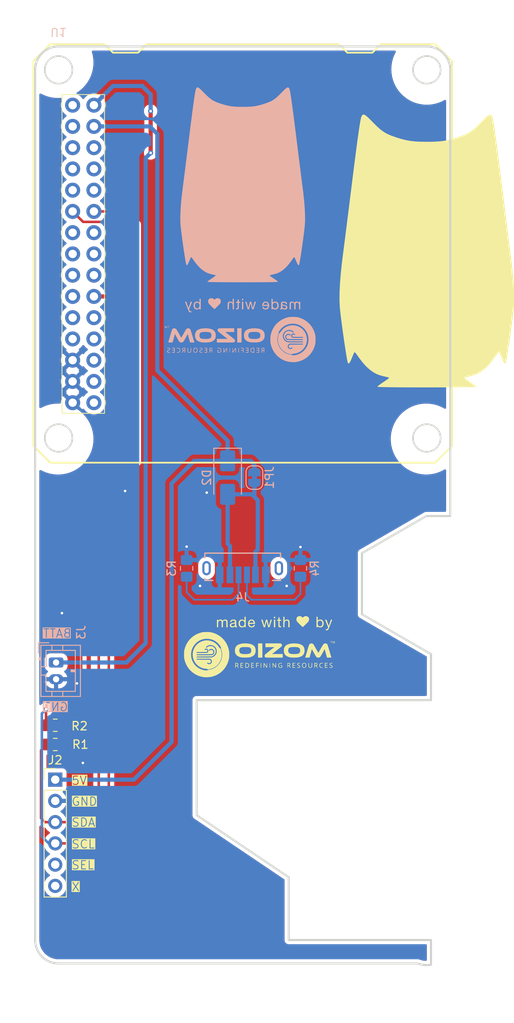
<source format=kicad_pcb>
(kicad_pcb (version 20240108) (generator "pcbnew") (generator_version "8.0")
  (layers (0 "F.Cu" signal) (31 "B.Cu" signal) (34 "B.Paste" user) (35 "F.Paste" user) (36 "B.SilkS" user "B.Silkscreen") (37 "F.SilkS" user "F.Silkscreen") (38 "B.Mask" user) (39 "F.Mask" user) (44 "Edge.Cuts" user))
  (net 0 "")
  (net 5 "GND")
  (net 6 "+5V")
  (net 15 "SCL")
  (net 19 "SDA")
  (net 22 "SEL")
  (net 28 "+BATT")
  (net 30 "Net-(J4-CC2)")
  (net 31 "Net-(J4-CC1)")
  (net 32 "Net-(D2-A)")
  (net 33 "+3.3V")
  (footprint "Oizom_Logo:AirOwl_Solid70" (layer "F.Cu") (at 110 60.7)
    (property "Reference" "G***" (hide yes))
    (property "Value" "LOGO" (hide yes))
  )
  (footprint "Resistor_SMD:R_0805_2012Metric_Pad1.20x1.40mm_HandSolder" (layer "F.Cu") (at 65.6 117.4 180)
    (property "Reference" "R2" (at -2.9 -0.1 0) (layer "F.SilkS"))
    (property "Value" "10K")
    (pad "1" smd roundrect (at -1 0 180) (size 1.2 1.4) (layers "F.Cu" "F.Paste" "F.Mask") (roundrect_rratio 0.208333) (net 33 "+3.3V"))
    (pad "2" smd roundrect (at 1 0 180) (size 1.2 1.4) (layers "F.Cu" "F.Paste" "F.Mask") (roundrect_rratio 0.208333) (net 15 "SCL"))
  )
  (footprint "Resistor_SMD:R_0805_2012Metric_Pad1.20x1.40mm_HandSolder" (layer "F.Cu") (at 65.6 119.7 180)
    (property "Reference" "R1" (at -3 0 0) (layer "F.SilkS"))
    (property "Value" "10K")
    (pad "1" smd roundrect (at -1 0 180) (size 1.2 1.4) (layers "F.Cu" "F.Paste" "F.Mask") (roundrect_rratio 0.208333) (net 33 "+3.3V"))
    (pad "2" smd roundrect (at 1 0 180) (size 1.2 1.4) (layers "F.Cu" "F.Paste" "F.Mask") (roundrect_rratio 0.208333) (net 19 "SDA"))
  )
  (footprint "Oizom_Logo:Oizom_Horizontal_20mm" (layer "F.Cu") (at 89.9 108.8)
    (property "Reference" "G***" (hide yes))
    (property "Value" "LOGO" (hide yes))
  )
  (footprint "Oizom_Logo:made_with_love" (layer "F.Cu") (at 91.8 105.2)
    (property "Reference" "G***" (hide yes))
    (property "Value" "LOGO" (hide yes))
  )
  (footprint "Connector_PinHeader_2.54mm:PinHeader_1x06_P2.54mm_Vertical" (layer "F.Cu") (at 65.6 123.9)
    (property "Reference" "J2" (at 0 -2.33 0) (layer "F.SilkS"))
    (property "Value" "Conn_01x06")
    (pad "1" thru_hole rect (at 0 0) (size 1.7 1.7) (drill 1) (layers "*.Cu" "*.Mask") (net 6 "+5V"))
    (pad "2" thru_hole oval (at 0 2.54) (size 1.7 1.7) (drill 1) (layers "*.Cu" "*.Mask") (net 5 "GND"))
    (pad "3" thru_hole oval (at 0 5.08) (size 1.7 1.7) (drill 1) (layers "*.Cu" "*.Mask") (net 19 "SDA"))
    (pad "4" thru_hole oval (at 0 7.62) (size 1.7 1.7) (drill 1) (layers "*.Cu" "*.Mask") (net 15 "SCL"))
    (pad "5" thru_hole oval (at 0 10.16) (size 1.7 1.7) (drill 1) (layers "*.Cu" "*.Mask") (net 22 "SEL"))
    (pad "6" thru_hole oval (at 0 12.7) (size 1.7 1.7) (drill 1) (layers "*.Cu" "*.Mask"))
  )
  (footprint "Resistor_SMD:R_0805_2012Metric_Pad1.20x1.40mm_HandSolder" (layer "B.Cu") (at 94.9 98.65 90)
    (property "Reference" "R4" (at 0 1.7 90) (layer "B.SilkS") (effects (justify mirror)))
    (property "Value" "10K")
    (pad "1" smd roundrect (at -1 0 90) (size 1.2 1.4) (layers "B.Cu" "B.Paste" "B.Mask") (roundrect_rratio 0.208333) (net 31 "Net-(J4-CC1)"))
    (pad "2" smd roundrect (at 1 0 90) (size 1.2 1.4) (layers "B.Cu" "B.Paste" "B.Mask") (roundrect_rratio 0.208333) (net 5 "GND"))
  )
  (footprint "Oizom_Logo:AirOwl_Solid50" (layer "B.Cu") (at 88 52.8 180)
    (property "Reference" "G***" (hide yes))
    (property "Value" "LOGO" (hide yes))
  )
  (footprint "Oizom_Logo:Oizom_Horizontal_20mm" (layer "B.Cu") (at 87.79637 71.138938 180)
    (property "Reference" "G***" (hide yes))
    (property "Value" "LOGO" (hide yes))
  )
  (footprint "USB_Connectors:MOLEX_2171780001" (layer "B.Cu") (at 88 98.46)
    (property "Reference" "J4" (at 0 3.64 0) (layer "B.SilkS") (effects (justify mirror)))
    (property "Value" "USB_C_Receptacle_PowerOnly_6P")
    (pad "A5" smd rect (at 0.5 0.965) (size 0.7 1.99) (layers "B.Cu" "B.Paste") (net 31 "Net-(J4-CC1)"))
    (pad "A9" smd rect (at -1.52 0.965) (size 0.8 1.99) (layers "B.Cu" "B.Paste") (net 32 "Net-(D2-A)"))
    (pad "A12" smd rect (at -2.75 0.965) (size 0.9 1.99) (layers "B.Cu" "B.Paste") (net 5 "GND"))
    (pad "B5" smd rect (at -0.5 0.965) (size 0.7 1.99) (layers "B.Cu" "B.Paste") (net 30 "Net-(J4-CC2)"))
    (pad "B9" smd rect (at 1.52 0.965) (size 0.8 1.99) (layers "B.Cu" "B.Paste") (net 32 "Net-(D2-A)"))
    (pad "B12" smd rect (at 2.75 0.965) (size 0.9 1.99) (layers "B.Cu" "B.Paste") (net 5 "GND"))
    (pad "SH1" thru_hole oval (at -4.32 0.17) (size 1 1.7) (drill oval 0.5 1.2) (layers "*.Cu" "*.Mask"))
    (pad "SH2" thru_hole oval (at 4.32 0.17) (size 1 1.7) (drill oval 0.5 1.2) (layers "*.Cu" "*.Mask"))
  )
  (footprint "Diode_SMD:D_SMA" (layer "B.Cu") (at 86.2 87.8 -90)
    (property "Reference" "D2" (at 0 2.5 90) (layer "B.SilkS") (effects (justify mirror)))
    (property "Value" "SS34")
    (pad "1" smd roundrect (at -2 0 270) (size 2.5 1.8) (layers "B.Cu" "B.Paste" "B.Mask") (roundrect_rratio 0.1388888889) (net 6 "+5V"))
    (pad "2" smd roundrect (at 2 0 270) (size 2.5 1.8) (layers "B.Cu" "B.Paste" "B.Mask") (roundrect_rratio 0.1388888889) (net 32 "Net-(D2-A)"))
  )
  (footprint "Resistor_SMD:R_0805_2012Metric_Pad1.20x1.40mm_HandSolder" (layer "B.Cu") (at 81.3 98.65 90)
    (property "Reference" "R3" (at 0 -1.8 90) (layer "B.SilkS") (effects (justify mirror)))
    (property "Value" "10K")
    (pad "1" smd roundrect (at -1 0 90) (size 1.2 1.4) (layers "B.Cu" "B.Paste" "B.Mask") (roundrect_rratio 0.208333) (net 30 "Net-(J4-CC2)"))
    (pad "2" smd roundrect (at 1 0 90) (size 1.2 1.4) (layers "B.Cu" "B.Paste" "B.Mask") (roundrect_rratio 0.208333) (net 5 "GND"))
  )
  (footprint "Jumper:SolderJumper-2_P1.3mm_Bridged_RoundedPad1.0x1.5mm" (layer "B.Cu") (at 89.4 87.8 90)
    (property "Reference" "JP1" (at 0 1.8 90) (layer "B.SilkS") (effects (justify mirror)))
    (property "Value" "SolderJumper_2_Bridged")
    (fp_poly (pts (xy 0.25 0.3) (xy -0.25 0.3) (xy -0.25 -0.3) (xy 0.25 -0.3)) (fill solid) (layer "B.Cu"))
    (pad "1" smd custom (at -0.65 0 90) (size 1 0.5) (layers "B.Cu" "B.Mask") (net 32 "Net-(D2-A)") (options (clearance outline) (anchor rect)) (primitives (gr_circle (center 0 -0.25) (end 0.5 -0.25) (width 0) (fill yes)) (gr_circle (center 0 0.25) (end 0.5 0.25) (width 0) (fill yes)) (gr_poly (pts (xy 0.5 -0.75) (xy 0 -0.75) (xy 0 0.75) (xy 0.5 0.75)) (width 0) (fill yes))))
    (pad "2" smd custom (at 0.65 0 90) (size 1 0.5) (layers "B.Cu" "B.Mask") (net 6 "+5V") (options (clearance outline) (anchor rect)) (primitives (gr_circle (center 0 -0.25) (end 0.5 -0.25) (width 0) (fill yes)) (gr_circle (center 0 0.25) (end 0.5 0.25) (width 0) (fill yes)) (gr_poly (pts (xy 0 -0.75) (xy -0.5 -0.75) (xy -0.5 0.75) (xy 0 0.75)) (width 0) (fill yes))))
  )
  (footprint "M5Stack:CoreS3" (layer "B.Cu") (at 66 39.0696)
    (property "Reference" "U1" (at 0 -4.5 180) (layer "B.SilkS") (effects (font (thickness 0.1)) (justify mirror)))
    (property "Value" "CoreSE")
    (fp_circle (center 0 0) (end 1.65 0) (stroke (width 0.2)) (fill none) (layer "Edge.Cuts"))
    (fp_circle (center 0.000015 44.000029) (end 1.650015 44.000029) (stroke (width 0.2)) (fill none) (layer "Edge.Cuts"))
    (fp_circle (center 44.000029 0) (end 45.650029 0) (stroke (width 0.2)) (fill none) (layer "Edge.Cuts"))
    (fp_circle (center 44.000029 44.000029) (end 45.650029 44.000029) (stroke (width 0.2)) (fill none) (layer "Edge.Cuts"))
    (pad "1" thru_hole circle (at 1.680014 39.779981) (size 1.8 1.8) (drill 1) (layers "*.Cu" "*.Mask") (net 5 "GND"))
    (pad "2" thru_hole circle (at 1.680014 37.239981) (size 1.8 1.8) (drill 1) (layers "*.Cu" "*.Mask") (net 5 "GND"))
    (pad "3" thru_hole circle (at 1.680014 34.699981) (size 1.8 1.8) (drill 1) (layers "*.Cu" "*.Mask") (net 5 "GND"))
    (pad "4" thru_hole circle (at 1.680014 32.159981) (size 1.8 1.8) (drill 1) (layers "*.Cu" "*.Mask"))
    (pad "5" thru_hole circle (at 1.680014 29.619981) (size 1.8 1.8) (drill 1) (layers "*.Cu" "*.Mask"))
    (pad "6" thru_hole circle (at 1.680014 27.079981) (size 1.8 1.8) (drill 1) (layers "*.Cu" "*.Mask"))
    (pad "7" thru_hole circle (at 1.680014 24.539981) (size 1.8 1.8) (drill 1) (layers "*.Cu" "*.Mask"))
    (pad "8" thru_hole circle (at 1.680014 21.999981) (size 1.8 1.8) (drill 1) (layers "*.Cu" "*.Mask"))
    (pad "9" thru_hole circle (at 1.680014 19.459981) (size 1.8 1.8) (drill 1) (layers "*.Cu" "*.Mask"))
    (pad "10" thru_hole circle (at 1.680014 16.919981) (size 1.8 1.8) (drill 1) (layers "*.Cu" "*.Mask") (net 19 "SDA"))
    (pad "11" thru_hole circle (at 1.680014 14.379981) (size 1.8 1.8) (drill 1) (layers "*.Cu" "*.Mask"))
    (pad "12" thru_hole circle (at 1.680014 11.839981) (size 1.8 1.8) (drill 1) (layers "*.Cu" "*.Mask"))
    (pad "13" thru_hole circle (at 1.680014 9.299981) (size 1.8 1.8) (drill 1) (layers "*.Cu" "*.Mask"))
    (pad "14" thru_hole circle (at 1.680014 6.759981) (size 1.8 1.8) (drill 1) (layers "*.Cu" "*.Mask"))
    (pad "15" thru_hole circle (at 1.680014 4.219981) (size 1.8 1.8) (drill 1) (layers "*.Cu" "*.Mask"))
    (pad "16" thru_hole circle (at 4.220014 39.779981) (size 1.8 1.8) (drill 1) (layers "*.Cu" "*.Mask"))
    (pad "17" thru_hole circle (at 4.220014 37.239981) (size 1.8 1.8) (drill 1) (layers "*.Cu" "*.Mask"))
    (pad "18" thru_hole circle (at 4.220014 34.699981) (size 1.8 1.8) (drill 1) (layers "*.Cu" "*.Mask"))
    (pad "19" thru_hole circle (at 4.220014 32.159981) (size 1.8 1.8) (drill 1) (layers "*.Cu" "*.Mask"))
    (pad "20" thru_hole circle (at 4.220014 29.619981) (size 1.8 1.8) (drill 1) (layers "*.Cu" "*.Mask"))
    (pad "21" thru_hole circle (at 4.220014 27.079981) (size 1.8 1.8) (drill 1) (layers "*.Cu" "*.Mask") (net 33 "+3.3V"))
    (pad "22" thru_hole circle (at 4.220014 24.539981) (size 1.8 1.8) (drill 1) (layers "*.Cu" "*.Mask"))
    (pad "23" thru_hole circle (at 4.220014 21.999981) (size 1.8 1.8) (drill 1) (layers "*.Cu" "*.Mask"))
    (pad "24" thru_hole circle (at 4.220014 19.459981) (size 1.8 1.8) (drill 1) (layers "*.Cu" "*.Mask"))
    (pad "25" thru_hole circle (at 4.220014 16.919981) (size 1.8 1.8) (drill 1) (layers "*.Cu" "*.Mask") (net 15 "SCL"))
    (pad "26" thru_hole circle (at 4.220014 14.379981) (size 1.8 1.8) (drill 1) (layers "*.Cu" "*.Mask"))
    (pad "27" thru_hole circle (at 4.220014 11.839981) (size 1.8 1.8) (drill 1) (layers "*.Cu" "*.Mask"))
    (pad "28" thru_hole circle (at 4.220014 9.299981) (size 1.8 1.8) (drill 1) (layers "*.Cu" "*.Mask"))
    (pad "29" thru_hole circle (at 4.220014 6.759981) (size 1.8 1.8) (drill 1) (layers "*.Cu" "*.Mask") (net 6 "+5V"))
    (pad "30" thru_hole circle (at 4.220014 4.219981) (size 1.8 1.8) (drill 1) (layers "*.Cu" "*.Mask") (net 28 "+BATT"))
  )
  (footprint "Connector_JST:JST_PH_B2B-PH-K_1x02_P2.00mm_Vertical" (layer "B.Cu") (at 65.7 109.9 -90)
    (property "Reference" "J3" (at -3.6 -3 90) (layer "B.SilkS") (effects (justify mirror)))
    (property "Value" "Conn_01x02")
    (pad "1" thru_hole roundrect (at 0 0 270) (size 1.2 1.75) (drill 0.75) (layers "*.Cu" "*.Mask") (roundrect_rratio 0.208333) (net 28 "+BATT"))
    (pad "2" thru_hole oval (at 2 0 270) (size 1.2 1.75) (drill 0.75) (layers "*.Cu" "*.Mask") (net 5 "GND"))
  )
  (footprint "Oizom_Logo:made_with_love" (layer "B.Cu") (at 88 67.2 180)
    (property "Reference" "G***" (hide yes))
    (property "Value" "LOGO" (hide yes))
  )
  (gr_line (start 108.922972 145.869594) (end 66 145.869594) (stroke (width 0.25)) (layer "Edge.Cuts"))
  (gr_line (start 63.2 143.069594) (end 63.2 39.069594) (stroke (width 0.25)) (layer "Edge.Cuts"))
  (gr_arc (start 66 145.869594) (mid 64.020103 145.049493) (end 63.2 143.069594) (stroke (width 0.25)) (layer "Edge.Cuts"))
  (gr_arc (start 110.5 146.027632) (mid 109.700861 146.054642) (end 108.922972 145.869594) (stroke (width 0.25)) (layer "Edge.Cuts"))
  (gr_line (start 102.25 104.136861) (end 102.25 96.836861) (stroke (width 0.25)) (layer "Edge.Cuts"))
  (gr_line (start 110.5 108.9) (end 102.25 104.136861) (stroke (width 0.25)) (layer "Edge.Cuts"))
  (gr_line (start 82.5 128.15) (end 82.5 114.4) (stroke (width 0.25)) (layer "Edge.Cuts"))
  (gr_line (start 93.5 143.069594) (end 93.5 135.569594) (stroke (width 0.25)) (layer "Edge.Cuts"))
  (gr_line (start 110.5 143.069594) (end 93.5 143.069594) (stroke (width 0.25)) (layer "Edge.Cuts"))
  (gr_arc (start 63.2 39.069594) (mid 64.020103 37.089699) (end 66 36.269594) (stroke (width 0.25)) (layer "Edge.Cuts"))
  (gr_line (start 110.5 146.027632) (end 110.5 143.069594) (stroke (width 0.25)) (layer "Edge.Cuts"))
  (gr_line (start 82.5 114.4) (end 110.5 114.4) (stroke (width 0.25)) (layer "Edge.Cuts"))
  (gr_line (start 66 36.269594) (end 110 36.269594) (stroke (width 0.25)) (layer "Edge.Cuts"))
  (gr_line (start 102.25 96.836861) (end 109.934868 92.4) (stroke (width 0.25)) (layer "Edge.Cuts"))
  (gr_line (start 93.5 135.569594) (end 82.5 128.15) (stroke (width 0.25)) (layer "Edge.Cuts"))
  (gr_line (start 110.5 108.9) (end 110.5 114.4) (stroke (width 0.25)) (layer "Edge.Cuts"))
  (gr_line (start 109.934868 92.4) (end 112.8 92.4) (stroke (width 0.25)) (layer "Edge.Cuts"))
  (gr_arc (start 110 36.269594) (mid 111.979901 37.089695) (end 112.8 39.069594) (stroke (width 0.25)) (layer "Edge.Cuts"))
  (gr_line (start 112.8 39.069594) (end 112.8 92.4) (stroke (width 0.25)) (layer "Edge.Cuts"))
  (gr_text "GND" (at 67.2 115.8 -0) (layer "B.SilkS" knockout) (effects (font (size 1 1) (thickness 0.1)) (justify left bottom mirror)))
  (gr_text "BATT" (at 67.6 107 -0) (layer "B.SilkS" knockout) (effects (font (size 1 1) (thickness 0.1)) (justify left bottom mirror)))
  (gr_text "SEL" (at 67.5 134.7 0) (layer "F.SilkS" knockout) (effects (font (size 1 1) (thickness 0.1)) (justify left bottom)))
  (gr_text "GND" (at 67.5 127.1 0) (layer "F.SilkS" knockout) (effects (font (size 1 1) (thickness 0.1)) (justify left bottom)))
  (gr_text "SCL" (at 67.5 132.2 0) (layer "F.SilkS" knockout) (effects (font (size 1 1) (thickness 0.1)) (justify left bottom)))
  (gr_text "X" (at 67.5 137.3 0) (layer "F.SilkS" knockout) (effects (font (size 1 1) (thickness 0.1)) (justify left bottom)))
  (gr_text "5V" (at 67.5 124.6 0) (layer "F.SilkS" knockout) (effects (font (size 1 1) (thickness 0.1)) (justify left bottom)))
  (gr_text "SDA" (at 67.5 129.6 0) (layer "F.SilkS" knockout) (effects (font (size 1 1) (thickness 0.1)) (justify left bottom)))
  (via (at 68.2 112.4) (size 0.6) (drill 0.3) (layers "F.Cu" "B.Cu") (net 5))
  (via (at 66.4 104) (size 0.6) (drill 0.3) (layers "F.Cu" "B.Cu") (net 5))
  (via (at 83.7 89.6) (size 0.6) (drill 0.3) (layers "F.Cu" "B.Cu") (net 5))
  (via (at 94.9 96.1) (size 0.6) (drill 0.3) (layers "F.Cu" "B.Cu") (net 5))
  (via (at 82.9 100.75) (size 0.6) (drill 0.3) (layers "F.Cu" "B.Cu") (net 5))
  (via (at 93.25 100.75) (size 0.6) (drill 0.3) (layers "F.Cu" "B.Cu") (net 5))
  (via (at 81.3 96.05) (size 0.6) (drill 0.3) (layers "F.Cu" "B.Cu") (net 5))
  (via (at 68.9 121.9) (size 0.6) (drill 0.3) (layers "F.Cu" "B.Cu") (net 5))
  (via (at 73.95 89.4) (size 0.6) (drill 0.3) (layers "F.Cu" "B.Cu") (net 5))
  (segment (start 86.2 85.8) (end 86.2 83.4) (width 0.5) (layer "B.Cu") (net 6))
  (segment (start 86.2 83.4) (end 77.8 75) (width 0.5) (layer "B.Cu") (net 6))
  (segment (start 86.2 85.8) (end 82.2 85.8) (width 0.5) (layer "B.Cu") (net 6))
  (segment (start 82.2 85.8) (end 79.5 88.5) (width 0.5) (layer "B.Cu") (net 6))
  (segment (start 75 123.9) (end 65.6 123.9) (width 0.5) (layer "B.Cu") (net 6))
  (segment (start 76.9 45.829581) (end 70.220014 45.829581) (width 0.5) (layer "B.Cu") (net 6))
  (segment (start 86.2 85.8) (end 88.95 85.8) (width 0.5) (layer "B.Cu") (net 6))
  (segment (start 77.8 46.729581) (end 76.9 45.829581) (width 0.5) (layer "B.Cu") (net 6))
  (segment (start 89.4 86.25) (end 89.4 87.15) (width 0.5) (layer "B.Cu") (net 6))
  (segment (start 79.5 119.4) (end 75 123.9) (width 0.5) (layer "B.Cu") (net 6))
  (segment (start 79.5 88.5) (end 79.5 119.4) (width 0.5) (layer "B.Cu") (net 6))
  (segment (start 88.95 85.8) (end 89.4 86.25) (width 0.5) (layer "B.Cu") (net 6))
  (segment (start 77.8 75) (end 77.8 46.729581) (width 0.5) (layer "B.Cu") (net 6))
  (segment (start 75.2 61.3) (end 75.2 57.6) (width 0.3) (layer "F.Cu") (net 15))
  (segment (start 72 89.1) (end 75.2 85.9) (width 0.3) (layer "F.Cu") (net 15))
  (segment (start 70.48 131.52) (end 72 130) (width 0.3) (layer "F.Cu") (net 15))
  (segment (start 65.6 131.52) (end 70.48 131.52) (width 0.3) (layer "F.Cu") (net 15))
  (segment (start 72 130) (end 72 89.1) (width 0.3) (layer "F.Cu") (net 15))
  (segment (start 75.2 85.9) (end 75.2 61.3) (width 0.3) (layer "F.Cu") (net 15))
  (segment (start 64.5 117.3) (end 64.6 117.4) (width 0.3) (layer "F.Cu") (net 15))
  (segment (start 73.589581 55.989581) (end 70.220014 55.989581) (width 0.3) (layer "F.Cu") (net 15))
  (segment (start 64.5 115.5) (end 64.5 117.3) (width 0.3) (layer "F.Cu") (net 15))
  (segment (start 75.2 57.6) (end 73.589581 55.989581) (width 0.3) (layer "F.Cu") (net 15))
  (via (at 64.5 115.5) (size 0.6) (drill 0.3) (layers "F.Cu" "B.Cu") (net 15))
  (segment (start 64 116) (end 64.5 115.5) (width 0.3) (layer "B.Cu") (net 15))
  (segment (start 64 130.7) (end 64 116) (width 0.3) (layer "B.Cu") (net 15))
  (segment (start 64.82 131.52) (end 64 130.7) (width 0.3) (layer "B.Cu") (net 15))
  (segment (start 65.6 131.52) (end 64.82 131.52) (width 0.3) (layer "B.Cu") (net 15))
  (segment (start 70.8 128.2) (end 70.8 88.9) (width 0.3) (layer "F.Cu") (net 19))
  (segment (start 63.9 120.4) (end 64.6 119.7) (width 0.3) (layer "F.Cu") (net 19))
  (segment (start 70.02 128.98) (end 70.8 128.2) (width 0.3) (layer "F.Cu") (net 19))
  (segment (start 74.2 58.75) (end 72.689581 57.239581) (width 0.3) (layer "F.Cu") (net 19))
  (segment (start 74.2 85.5) (end 74.2 58.75) (width 0.3) (layer "F.Cu") (net 19))
  (segment (start 68.930014 57.239581) (end 67.680014 55.989581) (width 0.3) (layer "F.Cu") (net 19))
  (segment (start 72.689581 57.239581) (end 68.930014 57.239581) (width 0.3) (layer "F.Cu") (net 19))
  (segment (start 64.38 128.98) (end 63.9 128.5) (width 0.3) (layer "F.Cu") (net 19))
  (segment (start 70.8 88.9) (end 74.2 85.5) (width 0.3) (layer "F.Cu") (net 19))
  (segment (start 65.6 128.98) (end 70.02 128.98) (width 0.3) (layer "F.Cu") (net 19))
  (segment (start 63.9 128.5) (end 63.9 120.4) (width 0.3) (layer "F.Cu") (net 19))
  (segment (start 65.6 128.98) (end 64.38 128.98) (width 0.3) (layer "F.Cu") (net 19))
  (segment (start 77 49) (end 77 44) (width 0.5) (layer "F.Cu") (net 28))
  (via (at 77 44) (size 0.6) (drill 0.3) (layers "F.Cu" "B.Cu") (net 28))
  (via (at 77 49) (size 0.6) (drill 0.3) (layers "F.Cu" "B.Cu") (net 28))
  (segment (start 70.220014 43.289581) (end 72.509595 41) (width 0.5) (layer "B.Cu") (net 28))
  (segment (start 65.7 109.9) (end 74.1 109.9) (width 0.5) (layer "B.Cu") (net 28))
  (segment (start 72.509595 41) (end 76 41) (width 0.5) (layer "B.Cu") (net 28))
  (segment (start 76.4 107.6) (end 76.4 49.6) (width 0.5) (layer "B.Cu") (net 28))
  (segment (start 76.4 49.6) (end 77 49) (width 0.5) (layer "B.Cu") (net 28))
  (segment (start 77 42) (end 77 44) (width 0.5) (layer "B.Cu") (net 28))
  (segment (start 76 41) (end 77 42) (width 0.5) (layer "B.Cu") (net 28))
  (segment (start 74.1 109.9) (end 76.4 107.6) (width 0.5) (layer "B.Cu") (net 28))
  (segment (start 87.5 101.7) (end 86.8 102.4) (width 0.2) (layer "B.Cu") (net 30))
  (segment (start 86.8 102.4) (end 82.2 102.4) (width 0.2) (layer "B.Cu") (net 30))
  (segment (start 81.3 101.5) (end 81.3 99.65) (width 0.2) (layer "B.Cu") (net 30))
  (segment (start 87.5 99.425) (end 87.5 101.7) (width 0.2) (layer "B.Cu") (net 30))
  (segment (start 82.2 102.4) (end 81.3 101.5) (width 0.2) (layer "B.Cu") (net 30))
  (segment (start 89.05 102.4) (end 94.2 102.4) (width 0.2) (layer "B.Cu") (net 31))
  (segment (start 94.9 101.7) (end 94.9 99.65) (width 0.2) (layer "B.Cu") (net 31))
  (segment (start 94.2 102.4) (end 94.9 101.7) (width 0.2) (layer "B.Cu") (net 31))
  (segment (start 88.5 99.425) (end 88.5 101.85) (width 0.2) (layer "B.Cu") (net 31))
  (segment (start 88.5 101.85) (end 89.05 102.4) (width 0.2) (layer "B.Cu") (net 31))
  (segment (start 86.2 89.8) (end 86.2 93.75) (width 0.5) (layer "B.Cu") (net 32))
  (segment (start 89.8 90.5) (end 89.4 90.1) (width 0.5) (layer "B.Cu") (net 32))
  (segment (start 89.8 90.5) (end 89.8 93.75) (width 0.5) (layer "B.Cu") (net 32))
  (segment (start 89.52 99.425) (end 89.52 96.68) (width 0.5) (layer "B.Cu") (net 32))
  (segment (start 86.48 95.98) (end 86.2 95.7) (width 0.5) (layer "B.Cu") (net 32))
  (segment (start 89.8 96.4) (end 89.8 93.75) (width 0.5) (layer "B.Cu") (net 32))
  (segment (start 86.48 99.425) (end 86.48 95.98) (width 0.5) (layer "B.Cu") (net 32))
  (segment (start 89.1 89.8) (end 89.8 90.5) (width 0.5) (layer "B.Cu") (net 32))
  (segment (start 86.2 89.8) (end 89.1 89.8) (width 0.5) (layer "B.Cu") (net 32))
  (segment (start 86.2 95.7) (end 86.2 93.75) (width 0.5) (layer "B.Cu") (net 32))
  (segment (start 89.4 90.1) (end 89.4 88.45) (width 0.5) (layer "B.Cu") (net 32))
  (segment (start 89.52 96.68) (end 89.8 96.4) (width 0.5) (layer "B.Cu") (net 32))
  (segment (start 73.3 67.1) (end 72.349581 66.149581) (width 0.5) (layer "F.Cu") (net 33))
  (segment (start 66.6 117.4) (end 66.6 116.6) (width 0.5) (layer "F.Cu") (net 33))
  (segment (start 66.6 119.7) (end 66.6 117.4) (width 0.5) (layer "F.Cu") (net 33))
  (segment (start 69.6 88.7) (end 73.3 85) (width 0.5) (layer "F.Cu") (net 33))
  (segment (start 66.6 116.6) (end 69.6 113.6) (width 0.5) (layer "F.Cu") (net 33))
  (segment (start 72.349581 66.149581) (end 70.220014 66.149581) (width 0.5) (layer "F.Cu") (net 33))
  (segment (start 69.6 113.6) (end 69.6 88.7) (width 0.5) (layer "F.Cu") (net 33))
  (segment (start 73.3 85) (end 73.3 67.1) (width 0.5) (layer "F.Cu") (net 33))
  (zone (net 0) (net_name "") (layers "F&B.Cu") (connect_pads (clearance 0)) (min_thickness 0.25)
    (keepout (tracks allowed) (vias allowed) (pads allowed) (copperpour not_allowed) (footprints allowed))
    (fill (thermal_gap 0.5) (thermal_bridge_width 0.5))
    (polygon (pts (xy 70.171857 83.19529) (xy 70.152646 82.792001) (xy 70.095187 82.392365) (xy 70 82) (xy 69.867948 81.61846) (xy 69.700226 81.251199) (xy 69.498353 80.901545) (xy 69.264157 80.572663) (xy 68.99976 80.267532) (xy 68.707555 79.988916) (xy 68.390189 79.739337) (xy 68.050537 79.521055) (xy 67.691673 79.336048) (xy 67.316848 79.185991) (xy 66.929457 79.072242) (xy 66.533007 78.995833) (xy 66.131089 78.957454) (xy 65.727343 78.957454) (xy 65.325425 78.995833) (xy 64.928975 79.072242) (xy 64.541584 79.185991) (xy 64.166759 79.336048) (xy 63.807896 79.521055) (xy 63.468243 79.739337) (xy 63.150877 79.988916) (xy 62.858672 80.267532) (xy 62.594275 80.572663) (xy 62.360079 80.901545) (xy 62.158206 81.251199) (xy 61.990484 81.61846) (xy 61.858432 82) (xy 61.763245 82.392365) (xy 61.705786 82.792001) (xy 61.686575 83.19529) (xy 61.705786 83.598579) (xy 61.763245 83.998215) (xy 61.858432 84.39058) (xy 61.990484 84.77212) (xy 62.158206 85.139381) (xy 62.360079 85.489035) (xy 62.594275 85.817917) (xy 62.858672 86.123048) (xy 63.150877 86.401664) (xy 63.468243 86.651243) (xy 63.807896 86.869525) (xy 64.166759 87.054532) (xy 64.541584 87.204589) (xy 64.928975 87.318338) (xy 65.325425 87.394747) (xy 65.727343 87.433126) (xy 66.131089 87.433126) (xy 66.533007 87.394747) (xy 66.929457 87.318338) (xy 67.316848 87.204589) (xy 67.691673 87.054532) (xy 68.050537 86.869525) (xy 68.390189 86.651243) (xy 68.707555 86.401664) (xy 68.99976 86.123048) (xy 69.264157 85.817917) (xy 69.498353 85.489035) (xy 69.700226 85.139381) (xy 69.867948 84.77212) (xy 70 84.39058) (xy 70.095187 83.998215) (xy 70.152646 83.598579)))
  )
  (zone (net 0) (net_name "") (layers "F&B.Cu") (connect_pads (clearance 0)) (min_thickness 0.25)
    (keepout (tracks allowed) (vias allowed) (pads allowed) (copperpour not_allowed) (footprints allowed))
    (fill (thermal_gap 0.5) (thermal_bridge_width 0.5))
    (polygon (pts (xy 70.171857 38.19529) (xy 70.152646 37.792001) (xy 70.095187 37.392365) (xy 70 37) (xy 69.867948 36.61846) (xy 69.700226 36.251199) (xy 69.498353 35.901545) (xy 69.264157 35.572663) (xy 68.99976 35.267532) (xy 68.707555 34.988916) (xy 68.390189 34.739337) (xy 68.050537 34.521055) (xy 67.691673 34.336048) (xy 67.316848 34.185991) (xy 66.929457 34.072242) (xy 66.533007 33.995833) (xy 66.131089 33.957454) (xy 65.727343 33.957454) (xy 65.325425 33.995833) (xy 64.928975 34.072242) (xy 64.541584 34.185991) (xy 64.166759 34.336048) (xy 63.807896 34.521055) (xy 63.468243 34.739337) (xy 63.150877 34.988916) (xy 62.858672 35.267532) (xy 62.594275 35.572663) (xy 62.360079 35.901545) (xy 62.158206 36.251199) (xy 61.990484 36.61846) (xy 61.858432 37) (xy 61.763245 37.392365) (xy 61.705786 37.792001) (xy 61.686575 38.19529) (xy 61.705786 38.598579) (xy 61.763245 38.998215) (xy 61.858432 39.39058) (xy 61.990484 39.77212) (xy 62.158206 40.139381) (xy 62.360079 40.489035) (xy 62.594275 40.817917) (xy 62.858672 41.123048) (xy 63.150877 41.401664) (xy 63.468243 41.651243) (xy 63.807896 41.869525) (xy 64.166759 42.054532) (xy 64.541584 42.204589) (xy 64.928975 42.318338) (xy 65.325425 42.394747) (xy 65.727343 42.433126) (xy 66.131089 42.433126) (xy 66.533007 42.394747) (xy 66.929457 42.318338) (xy 67.316848 42.204589) (xy 67.691673 42.054532) (xy 68.050537 41.869525) (xy 68.390189 41.651243) (xy 68.707555 41.401664) (xy 68.99976 41.123048) (xy 69.264157 40.817917) (xy 69.498353 40.489035) (xy 69.700226 40.139381) (xy 69.867948 39.77212) (xy 70 39.39058) (xy 70.095187 38.998215) (xy 70.152646 38.598579)))
  )
  (zone (net 0) (net_name "") (layers "F&B.Cu") (connect_pads (clearance 0)) (min_thickness 0.25)
    (keepout (tracks allowed) (vias allowed) (pads allowed) (copperpour not_allowed) (footprints allowed))
    (fill (thermal_gap 0.5) (thermal_bridge_width 0.5))
    (polygon (pts (xy 114.171857 83.19529) (xy 114.152646 82.792001) (xy 114.095187 82.392365) (xy 114 82) (xy 113.867948 81.61846) (xy 113.700226 81.251199) (xy 113.498353 80.901545) (xy 113.264157 80.572663) (xy 112.99976 80.267532) (xy 112.707555 79.988916) (xy 112.390189 79.739337) (xy 112.050537 79.521055) (xy 111.691673 79.336048) (xy 111.316848 79.185991) (xy 110.929457 79.072242) (xy 110.533007 78.995833) (xy 110.131089 78.957454) (xy 109.727343 78.957454) (xy 109.325425 78.995833) (xy 108.928975 79.072242) (xy 108.541584 79.185991) (xy 108.166759 79.336048) (xy 107.807896 79.521055) (xy 107.468243 79.739337) (xy 107.150877 79.988916) (xy 106.858672 80.267532) (xy 106.594275 80.572663) (xy 106.360079 80.901545) (xy 106.158206 81.251199) (xy 105.990484 81.61846) (xy 105.858432 82) (xy 105.763245 82.392365) (xy 105.705786 82.792001) (xy 105.686575 83.19529) (xy 105.705786 83.598579) (xy 105.763245 83.998215) (xy 105.858432 84.39058) (xy 105.990484 84.77212) (xy 106.158206 85.139381) (xy 106.360079 85.489035) (xy 106.594275 85.817917) (xy 106.858672 86.123048) (xy 107.150877 86.401664) (xy 107.468243 86.651243) (xy 107.807896 86.869525) (xy 108.166759 87.054532) (xy 108.541584 87.204589) (xy 108.928975 87.318338) (xy 109.325425 87.394747) (xy 109.727343 87.433126) (xy 110.131089 87.433126) (xy 110.533007 87.394747) (xy 110.929457 87.318338) (xy 111.316848 87.204589) (xy 111.691673 87.054532) (xy 112.050537 86.869525) (xy 112.390189 86.651243) (xy 112.707555 86.401664) (xy 112.99976 86.123048) (xy 113.264157 85.817917) (xy 113.498353 85.489035) (xy 113.700226 85.139381) (xy 113.867948 84.77212) (xy 114 84.39058) (xy 114.095187 83.998215) (xy 114.152646 83.598579)))
  )
  (zone (net 0) (net_name "") (layers "F&B.Cu") (connect_pads (clearance 0)) (min_thickness 0.25)
    (keepout (tracks allowed) (vias allowed) (pads allowed) (copperpour not_allowed) (footprints allowed))
    (fill (thermal_gap 0.5) (thermal_bridge_width 0.5))
    (polygon (pts (xy 114.242641 39) (xy 114.22343 38.596711) (xy 114.165971 38.197075) (xy 114.070784 37.80471) (xy 113.938732 37.42317) (xy 113.77101 37.055909) (xy 113.569137 36.706255) (xy 113.334941 36.377373) (xy 113.070544 36.072242) (xy 112.778339 35.793626) (xy 112.460973 35.544047) (xy 112.121321 35.325765) (xy 111.762457 35.140758) (xy 111.387632 34.990701) (xy 111.000241 34.876952) (xy 110.603791 34.800543) (xy 110.201873 34.762164) (xy 109.798127 34.762164) (xy 109.396209 34.800543) (xy 108.999759 34.876952) (xy 108.612368 34.990701) (xy 108.237543 35.140758) (xy 107.87868 35.325765) (xy 107.539027 35.544047) (xy 107.221661 35.793626) (xy 106.929456 36.072242) (xy 106.665059 36.377373) (xy 106.430863 36.706255) (xy 106.22899 37.055909) (xy 106.061268 37.42317) (xy 105.929216 37.80471) (xy 105.834029 38.197075) (xy 105.77657 38.596711) (xy 105.757359 39) (xy 105.77657 39.403289) (xy 105.834029 39.802925) (xy 105.929216 40.19529) (xy 106.061268 40.57683) (xy 106.22899 40.944091) (xy 106.430863 41.293745) (xy 106.665059 41.622627) (xy 106.929456 41.927758) (xy 107.221661 42.206374) (xy 107.539027 42.455953) (xy 107.87868 42.674235) (xy 108.237543 42.859242) (xy 108.612368 43.009299) (xy 108.999759 43.123048) (xy 109.396209 43.199457) (xy 109.798127 43.237836) (xy 110.201873 43.237836) (xy 110.603791 43.199457) (xy 111.000241 43.123048) (xy 111.387632 43.009299) (xy 111.762457 42.859242) (xy 112.121321 42.674235) (xy 112.460973 42.455953) (xy 112.778339 42.206374) (xy 113.070544 41.927758) (xy 113.334941 41.622627) (xy 113.569137 41.293745) (xy 113.77101 40.944091) (xy 113.938732 40.57683) (xy 114.070784 40.19529) (xy 114.165971 39.802925) (xy 114.22343 39.403289)))
  )
  (zone (net 5) (net_name "GND") (layers "F&B.Cu") (connect_pads (clearance 0.5)) (min_thickness 0.25) (fill yes (thermal_gap 0.5) (thermal_bridge_width 0.5))
    (polygon (pts (xy 59 31) (xy 117 31) (xy 117 153) (xy 59 153)))
  )
)
</source>
